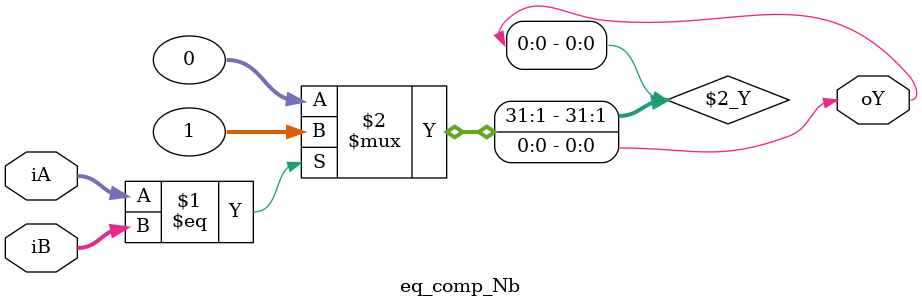
<source format=v>
`timescale 1ns / 1ps


module eq_comp_Nb #(parameter N = 8)
    (
    input wire[N-1:0] iA, iB,
    output wire oY
    );
    assign oY = (iA == iB) ? 1:0;
endmodule

</source>
